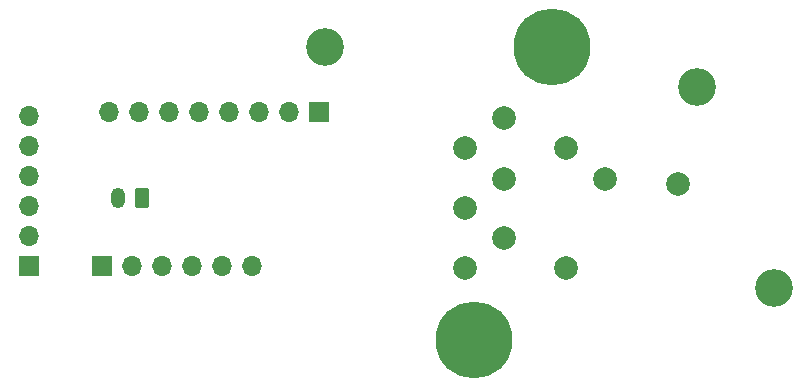
<source format=gts>
%TF.GenerationSoftware,KiCad,Pcbnew,(6.0.0)*%
%TF.CreationDate,2022-01-10T19:28:16+00:00*%
%TF.ProjectId,DiscProgrammer,44697363-5072-46f6-9772-616d6d65722e,rev?*%
%TF.SameCoordinates,Original*%
%TF.FileFunction,Soldermask,Top*%
%TF.FilePolarity,Negative*%
%FSLAX46Y46*%
G04 Gerber Fmt 4.6, Leading zero omitted, Abs format (unit mm)*
G04 Created by KiCad (PCBNEW (6.0.0)) date 2022-01-10 19:28:16*
%MOMM*%
%LPD*%
G01*
G04 APERTURE LIST*
G04 Aperture macros list*
%AMRoundRect*
0 Rectangle with rounded corners*
0 $1 Rounding radius*
0 $2 $3 $4 $5 $6 $7 $8 $9 X,Y pos of 4 corners*
0 Add a 4 corners polygon primitive as box body*
4,1,4,$2,$3,$4,$5,$6,$7,$8,$9,$2,$3,0*
0 Add four circle primitives for the rounded corners*
1,1,$1+$1,$2,$3*
1,1,$1+$1,$4,$5*
1,1,$1+$1,$6,$7*
1,1,$1+$1,$8,$9*
0 Add four rect primitives between the rounded corners*
20,1,$1+$1,$2,$3,$4,$5,0*
20,1,$1+$1,$4,$5,$6,$7,0*
20,1,$1+$1,$6,$7,$8,$9,0*
20,1,$1+$1,$8,$9,$2,$3,0*%
G04 Aperture macros list end*
%ADD10C,3.200000*%
%ADD11R,1.700000X1.700000*%
%ADD12O,1.700000X1.700000*%
%ADD13C,6.500000*%
%ADD14C,2.000000*%
%ADD15RoundRect,0.250000X0.350000X0.625000X-0.350000X0.625000X-0.350000X-0.625000X0.350000X-0.625000X0*%
%ADD16O,1.200000X1.750000*%
G04 APERTURE END LIST*
D10*
%TO.C,H1*%
X77000000Y-29500000D03*
%TD*%
D11*
%TO.C,J4*%
X52000000Y-48000000D03*
D12*
X52000000Y-45460000D03*
X52000000Y-42920000D03*
X52000000Y-40380000D03*
X52000000Y-37840000D03*
X52000000Y-35300000D03*
%TD*%
D13*
%TO.C,REF\u002A\u002A*%
X89650000Y-54300000D03*
%TD*%
%TO.C,REF\u002A\u002A*%
X96250000Y-29500000D03*
%TD*%
D10*
%TO.C,H2*%
X108550000Y-32850000D03*
%TD*%
%TO.C,H1*%
X115050000Y-49850000D03*
%TD*%
D11*
%TO.C,J3*%
X58150000Y-48000000D03*
D12*
X60690000Y-48000000D03*
X63230000Y-48000000D03*
X65770000Y-48000000D03*
X68310000Y-48000000D03*
X70850000Y-48000000D03*
%TD*%
D11*
%TO.C,J1*%
X76500000Y-35000000D03*
D12*
X73960000Y-35000000D03*
X71420000Y-35000000D03*
X68880000Y-35000000D03*
X66340000Y-35000000D03*
X63800000Y-35000000D03*
X61260000Y-35000000D03*
X58720000Y-35000000D03*
%TD*%
D14*
%TO.C,J14*%
X106900000Y-41100000D03*
%TD*%
%TO.C,J13*%
X92200000Y-35500000D03*
%TD*%
%TO.C,J12*%
X88900000Y-38050000D03*
%TD*%
%TO.C,J11*%
X92200000Y-40600000D03*
%TD*%
%TO.C,J10*%
X88900000Y-43100000D03*
%TD*%
%TO.C,J9*%
X97400000Y-38050000D03*
%TD*%
%TO.C,J8*%
X100700000Y-40600000D03*
%TD*%
%TO.C,J7*%
X92200000Y-45650000D03*
%TD*%
%TO.C,J6*%
X88900000Y-48200000D03*
%TD*%
%TO.C,J5*%
X97400000Y-48200000D03*
%TD*%
D15*
%TO.C,J2*%
X61500000Y-42250000D03*
D16*
X59500000Y-42250000D03*
%TD*%
M02*

</source>
